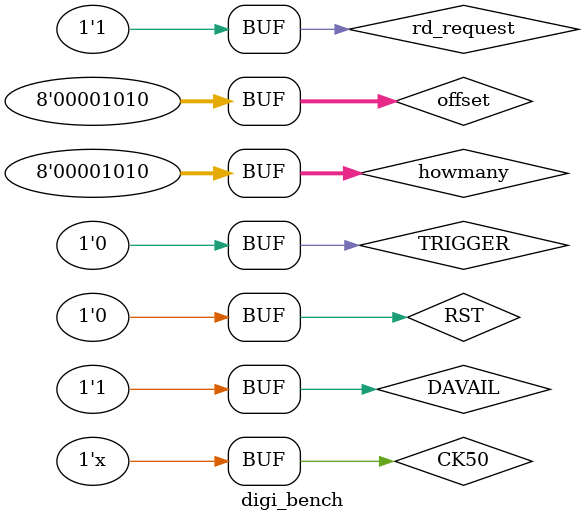
<source format=v>
`timescale 1ns / 1ps


module digi_bench(

    );

// Copyright (C) 1991-2013 Altera Corporation
// Your use of Altera Corporation's design tools, logic functions 
// and other software and tools, and its AMPP partner logic 
// functions, and any output files from any of the foregoing 
// (including device programming or simulation files), and any 
// associated documentation or information are expressly subject 
// to the terms and conditions of the Altera Program License 
// Subscription Agreement, Altera MegaCore Function License 
// Agreement, or other applicable license agreement, including, 
// without limitation, that your use is for the sole purpose of 
// programming logic devices manufactured by Altera and sold by 
// Altera or its authorized distributors.  Please refer to the 
// applicable agreement for further details.

// *****************************************************************************
// This file contains a Verilog test bench template that is freely editable to  
// suit user's needs .Comments are provided in each section to help the user    
// fill out necessary details.                                                  
// *****************************************************************************
// Generated on "03/09/2016 14:25:05"
                                                                                
// Verilog Test Bench template for design : digi
// 
// Simulation tool : ModelSim-Altera (Verilog)
// 

// constants                                           
// general purpose registers
reg eachvec;
// test vector input registers
reg [15:0] adcdata_p;
reg CK50;
reg DAVAIL;
reg [7:0] howmany;
reg [7:0] offset;
reg RST;
reg TRIGGER;
reg rd_request;
// wires                                               
wire [15:0]  dout;

// assign statements (if any)                          
digi i1 (
// port map - connection between master ports and signals/registers   
	.adcdata_p(adcdata_p),
	.CK50(CK50),
	.DAVAIL(DAVAIL),
	.dout(dout),
	.howmany(howmany),
	.offset(offset),
	.RST(RST),
	.TRIGGER(TRIGGER),
	.rd_request(rd_request)
);
initial                                                
begin                                                  
// code that executes only once                        
// insert code here --> begin                          
   CK50 = 0;
   DAVAIL = 0;
   TRIGGER = 0;
   howmany = 8'd10;
   offset = 8'd10;
   rd_request = 0;
   #10;
   RST = 1;
   #20;
   RST = 0;
   #10;
   DAVAIL = 1;
   #320 TRIGGER = 1;
   #10 rd_request = 1;
   #100 TRIGGER = 0;
                                                       
// --> end                                             
$display("Running testbench");                       
end // initial begin

// clock
   always
     #10 CK50 = ~CK50;
   // generate random input data
   always @(posedge CK50) begin
      adcdata_p = $random;
   end

endmodule


</source>
